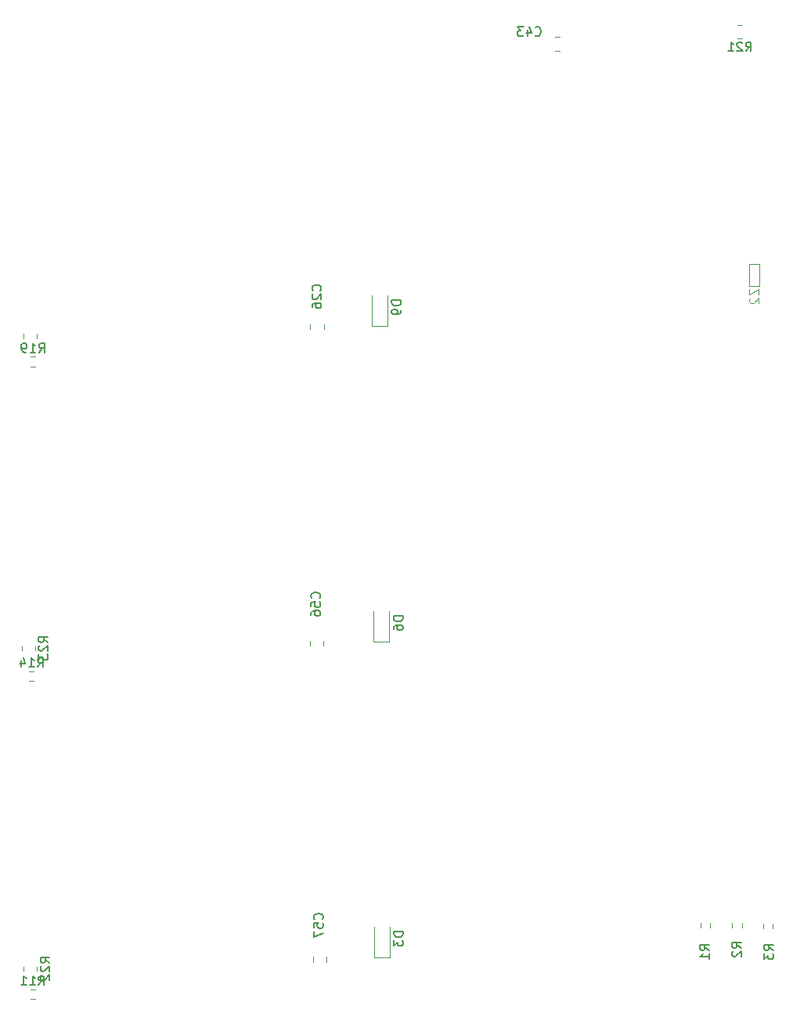
<source format=gbr>
%TF.GenerationSoftware,KiCad,Pcbnew,7.0.9*%
%TF.CreationDate,2024-01-15T08:13:50+05:30*%
%TF.ProjectId,controller_full6,636f6e74-726f-46c6-9c65-725f66756c6c,rev?*%
%TF.SameCoordinates,Original*%
%TF.FileFunction,Legend,Bot*%
%TF.FilePolarity,Positive*%
%FSLAX46Y46*%
G04 Gerber Fmt 4.6, Leading zero omitted, Abs format (unit mm)*
G04 Created by KiCad (PCBNEW 7.0.9) date 2024-01-15 08:13:50*
%MOMM*%
%LPD*%
G01*
G04 APERTURE LIST*
%ADD10C,0.150000*%
%ADD11C,0.100000*%
%ADD12C,0.120000*%
G04 APERTURE END LIST*
D10*
X177549580Y-94329642D02*
X177597200Y-94282023D01*
X177597200Y-94282023D02*
X177644819Y-94139166D01*
X177644819Y-94139166D02*
X177644819Y-94043928D01*
X177644819Y-94043928D02*
X177597200Y-93901071D01*
X177597200Y-93901071D02*
X177501961Y-93805833D01*
X177501961Y-93805833D02*
X177406723Y-93758214D01*
X177406723Y-93758214D02*
X177216247Y-93710595D01*
X177216247Y-93710595D02*
X177073390Y-93710595D01*
X177073390Y-93710595D02*
X176882914Y-93758214D01*
X176882914Y-93758214D02*
X176787676Y-93805833D01*
X176787676Y-93805833D02*
X176692438Y-93901071D01*
X176692438Y-93901071D02*
X176644819Y-94043928D01*
X176644819Y-94043928D02*
X176644819Y-94139166D01*
X176644819Y-94139166D02*
X176692438Y-94282023D01*
X176692438Y-94282023D02*
X176740057Y-94329642D01*
X176740057Y-94710595D02*
X176692438Y-94758214D01*
X176692438Y-94758214D02*
X176644819Y-94853452D01*
X176644819Y-94853452D02*
X176644819Y-95091547D01*
X176644819Y-95091547D02*
X176692438Y-95186785D01*
X176692438Y-95186785D02*
X176740057Y-95234404D01*
X176740057Y-95234404D02*
X176835295Y-95282023D01*
X176835295Y-95282023D02*
X176930533Y-95282023D01*
X176930533Y-95282023D02*
X177073390Y-95234404D01*
X177073390Y-95234404D02*
X177644819Y-94662976D01*
X177644819Y-94662976D02*
X177644819Y-95282023D01*
X176644819Y-96139166D02*
X176644819Y-95948690D01*
X176644819Y-95948690D02*
X176692438Y-95853452D01*
X176692438Y-95853452D02*
X176740057Y-95805833D01*
X176740057Y-95805833D02*
X176882914Y-95710595D01*
X176882914Y-95710595D02*
X177073390Y-95662976D01*
X177073390Y-95662976D02*
X177454342Y-95662976D01*
X177454342Y-95662976D02*
X177549580Y-95710595D01*
X177549580Y-95710595D02*
X177597200Y-95758214D01*
X177597200Y-95758214D02*
X177644819Y-95853452D01*
X177644819Y-95853452D02*
X177644819Y-96043928D01*
X177644819Y-96043928D02*
X177597200Y-96139166D01*
X177597200Y-96139166D02*
X177549580Y-96186785D01*
X177549580Y-96186785D02*
X177454342Y-96234404D01*
X177454342Y-96234404D02*
X177216247Y-96234404D01*
X177216247Y-96234404D02*
X177121009Y-96186785D01*
X177121009Y-96186785D02*
X177073390Y-96139166D01*
X177073390Y-96139166D02*
X177025771Y-96043928D01*
X177025771Y-96043928D02*
X177025771Y-95853452D01*
X177025771Y-95853452D02*
X177073390Y-95758214D01*
X177073390Y-95758214D02*
X177121009Y-95710595D01*
X177121009Y-95710595D02*
X177216247Y-95662976D01*
X226544819Y-165625833D02*
X226068628Y-165292500D01*
X226544819Y-165054405D02*
X225544819Y-165054405D01*
X225544819Y-165054405D02*
X225544819Y-165435357D01*
X225544819Y-165435357D02*
X225592438Y-165530595D01*
X225592438Y-165530595D02*
X225640057Y-165578214D01*
X225640057Y-165578214D02*
X225735295Y-165625833D01*
X225735295Y-165625833D02*
X225878152Y-165625833D01*
X225878152Y-165625833D02*
X225973390Y-165578214D01*
X225973390Y-165578214D02*
X226021009Y-165530595D01*
X226021009Y-165530595D02*
X226068628Y-165435357D01*
X226068628Y-165435357D02*
X226068628Y-165054405D01*
X225544819Y-165959167D02*
X225544819Y-166578214D01*
X225544819Y-166578214D02*
X225925771Y-166244881D01*
X225925771Y-166244881D02*
X225925771Y-166387738D01*
X225925771Y-166387738D02*
X225973390Y-166482976D01*
X225973390Y-166482976D02*
X226021009Y-166530595D01*
X226021009Y-166530595D02*
X226116247Y-166578214D01*
X226116247Y-166578214D02*
X226354342Y-166578214D01*
X226354342Y-166578214D02*
X226449580Y-166530595D01*
X226449580Y-166530595D02*
X226497200Y-166482976D01*
X226497200Y-166482976D02*
X226544819Y-166387738D01*
X226544819Y-166387738D02*
X226544819Y-166102024D01*
X226544819Y-166102024D02*
X226497200Y-166006786D01*
X226497200Y-166006786D02*
X226449580Y-165959167D01*
X186464819Y-129509629D02*
X185464819Y-129509629D01*
X185464819Y-129509629D02*
X185464819Y-129747724D01*
X185464819Y-129747724D02*
X185512438Y-129890581D01*
X185512438Y-129890581D02*
X185607676Y-129985819D01*
X185607676Y-129985819D02*
X185702914Y-130033438D01*
X185702914Y-130033438D02*
X185893390Y-130081057D01*
X185893390Y-130081057D02*
X186036247Y-130081057D01*
X186036247Y-130081057D02*
X186226723Y-130033438D01*
X186226723Y-130033438D02*
X186321961Y-129985819D01*
X186321961Y-129985819D02*
X186417200Y-129890581D01*
X186417200Y-129890581D02*
X186464819Y-129747724D01*
X186464819Y-129747724D02*
X186464819Y-129509629D01*
X185464819Y-130938200D02*
X185464819Y-130747724D01*
X185464819Y-130747724D02*
X185512438Y-130652486D01*
X185512438Y-130652486D02*
X185560057Y-130604867D01*
X185560057Y-130604867D02*
X185702914Y-130509629D01*
X185702914Y-130509629D02*
X185893390Y-130462010D01*
X185893390Y-130462010D02*
X186274342Y-130462010D01*
X186274342Y-130462010D02*
X186369580Y-130509629D01*
X186369580Y-130509629D02*
X186417200Y-130557248D01*
X186417200Y-130557248D02*
X186464819Y-130652486D01*
X186464819Y-130652486D02*
X186464819Y-130842962D01*
X186464819Y-130842962D02*
X186417200Y-130938200D01*
X186417200Y-130938200D02*
X186369580Y-130985819D01*
X186369580Y-130985819D02*
X186274342Y-131033438D01*
X186274342Y-131033438D02*
X186036247Y-131033438D01*
X186036247Y-131033438D02*
X185941009Y-130985819D01*
X185941009Y-130985819D02*
X185893390Y-130938200D01*
X185893390Y-130938200D02*
X185845771Y-130842962D01*
X185845771Y-130842962D02*
X185845771Y-130652486D01*
X185845771Y-130652486D02*
X185893390Y-130557248D01*
X185893390Y-130557248D02*
X185941009Y-130509629D01*
X185941009Y-130509629D02*
X186036247Y-130462010D01*
X147092857Y-169394819D02*
X147426190Y-168918628D01*
X147664285Y-169394819D02*
X147664285Y-168394819D01*
X147664285Y-168394819D02*
X147283333Y-168394819D01*
X147283333Y-168394819D02*
X147188095Y-168442438D01*
X147188095Y-168442438D02*
X147140476Y-168490057D01*
X147140476Y-168490057D02*
X147092857Y-168585295D01*
X147092857Y-168585295D02*
X147092857Y-168728152D01*
X147092857Y-168728152D02*
X147140476Y-168823390D01*
X147140476Y-168823390D02*
X147188095Y-168871009D01*
X147188095Y-168871009D02*
X147283333Y-168918628D01*
X147283333Y-168918628D02*
X147664285Y-168918628D01*
X146140476Y-169394819D02*
X146711904Y-169394819D01*
X146426190Y-169394819D02*
X146426190Y-168394819D01*
X146426190Y-168394819D02*
X146521428Y-168537676D01*
X146521428Y-168537676D02*
X146616666Y-168632914D01*
X146616666Y-168632914D02*
X146711904Y-168680533D01*
X145188095Y-169394819D02*
X145759523Y-169394819D01*
X145473809Y-169394819D02*
X145473809Y-168394819D01*
X145473809Y-168394819D02*
X145569047Y-168537676D01*
X145569047Y-168537676D02*
X145664285Y-168632914D01*
X145664285Y-168632914D02*
X145759523Y-168680533D01*
X148084819Y-132337142D02*
X147608628Y-132003809D01*
X148084819Y-131765714D02*
X147084819Y-131765714D01*
X147084819Y-131765714D02*
X147084819Y-132146666D01*
X147084819Y-132146666D02*
X147132438Y-132241904D01*
X147132438Y-132241904D02*
X147180057Y-132289523D01*
X147180057Y-132289523D02*
X147275295Y-132337142D01*
X147275295Y-132337142D02*
X147418152Y-132337142D01*
X147418152Y-132337142D02*
X147513390Y-132289523D01*
X147513390Y-132289523D02*
X147561009Y-132241904D01*
X147561009Y-132241904D02*
X147608628Y-132146666D01*
X147608628Y-132146666D02*
X147608628Y-131765714D01*
X147180057Y-132718095D02*
X147132438Y-132765714D01*
X147132438Y-132765714D02*
X147084819Y-132860952D01*
X147084819Y-132860952D02*
X147084819Y-133099047D01*
X147084819Y-133099047D02*
X147132438Y-133194285D01*
X147132438Y-133194285D02*
X147180057Y-133241904D01*
X147180057Y-133241904D02*
X147275295Y-133289523D01*
X147275295Y-133289523D02*
X147370533Y-133289523D01*
X147370533Y-133289523D02*
X147513390Y-133241904D01*
X147513390Y-133241904D02*
X148084819Y-132670476D01*
X148084819Y-132670476D02*
X148084819Y-133289523D01*
X147084819Y-133622857D02*
X147084819Y-134241904D01*
X147084819Y-134241904D02*
X147465771Y-133908571D01*
X147465771Y-133908571D02*
X147465771Y-134051428D01*
X147465771Y-134051428D02*
X147513390Y-134146666D01*
X147513390Y-134146666D02*
X147561009Y-134194285D01*
X147561009Y-134194285D02*
X147656247Y-134241904D01*
X147656247Y-134241904D02*
X147894342Y-134241904D01*
X147894342Y-134241904D02*
X147989580Y-134194285D01*
X147989580Y-134194285D02*
X148037200Y-134146666D01*
X148037200Y-134146666D02*
X148084819Y-134051428D01*
X148084819Y-134051428D02*
X148084819Y-133765714D01*
X148084819Y-133765714D02*
X148037200Y-133670476D01*
X148037200Y-133670476D02*
X147989580Y-133622857D01*
X200792857Y-66739580D02*
X200840476Y-66787200D01*
X200840476Y-66787200D02*
X200983333Y-66834819D01*
X200983333Y-66834819D02*
X201078571Y-66834819D01*
X201078571Y-66834819D02*
X201221428Y-66787200D01*
X201221428Y-66787200D02*
X201316666Y-66691961D01*
X201316666Y-66691961D02*
X201364285Y-66596723D01*
X201364285Y-66596723D02*
X201411904Y-66406247D01*
X201411904Y-66406247D02*
X201411904Y-66263390D01*
X201411904Y-66263390D02*
X201364285Y-66072914D01*
X201364285Y-66072914D02*
X201316666Y-65977676D01*
X201316666Y-65977676D02*
X201221428Y-65882438D01*
X201221428Y-65882438D02*
X201078571Y-65834819D01*
X201078571Y-65834819D02*
X200983333Y-65834819D01*
X200983333Y-65834819D02*
X200840476Y-65882438D01*
X200840476Y-65882438D02*
X200792857Y-65930057D01*
X199935714Y-66168152D02*
X199935714Y-66834819D01*
X200173809Y-65787200D02*
X200411904Y-66501485D01*
X200411904Y-66501485D02*
X199792857Y-66501485D01*
X199507142Y-65834819D02*
X198888095Y-65834819D01*
X198888095Y-65834819D02*
X199221428Y-66215771D01*
X199221428Y-66215771D02*
X199078571Y-66215771D01*
X199078571Y-66215771D02*
X198983333Y-66263390D01*
X198983333Y-66263390D02*
X198935714Y-66311009D01*
X198935714Y-66311009D02*
X198888095Y-66406247D01*
X198888095Y-66406247D02*
X198888095Y-66644342D01*
X198888095Y-66644342D02*
X198935714Y-66739580D01*
X198935714Y-66739580D02*
X198983333Y-66787200D01*
X198983333Y-66787200D02*
X199078571Y-66834819D01*
X199078571Y-66834819D02*
X199364285Y-66834819D01*
X199364285Y-66834819D02*
X199459523Y-66787200D01*
X199459523Y-66787200D02*
X199507142Y-66739580D01*
D11*
X223967419Y-94137254D02*
X223967419Y-94803920D01*
X223967419Y-94803920D02*
X224967419Y-94137254D01*
X224967419Y-94137254D02*
X224967419Y-94803920D01*
X224062657Y-95137254D02*
X224015038Y-95184873D01*
X224015038Y-95184873D02*
X223967419Y-95280111D01*
X223967419Y-95280111D02*
X223967419Y-95518206D01*
X223967419Y-95518206D02*
X224015038Y-95613444D01*
X224015038Y-95613444D02*
X224062657Y-95661063D01*
X224062657Y-95661063D02*
X224157895Y-95708682D01*
X224157895Y-95708682D02*
X224253133Y-95708682D01*
X224253133Y-95708682D02*
X224395990Y-95661063D01*
X224395990Y-95661063D02*
X224967419Y-95089635D01*
X224967419Y-95089635D02*
X224967419Y-95708682D01*
D10*
X219614819Y-165625833D02*
X219138628Y-165292500D01*
X219614819Y-165054405D02*
X218614819Y-165054405D01*
X218614819Y-165054405D02*
X218614819Y-165435357D01*
X218614819Y-165435357D02*
X218662438Y-165530595D01*
X218662438Y-165530595D02*
X218710057Y-165578214D01*
X218710057Y-165578214D02*
X218805295Y-165625833D01*
X218805295Y-165625833D02*
X218948152Y-165625833D01*
X218948152Y-165625833D02*
X219043390Y-165578214D01*
X219043390Y-165578214D02*
X219091009Y-165530595D01*
X219091009Y-165530595D02*
X219138628Y-165435357D01*
X219138628Y-165435357D02*
X219138628Y-165054405D01*
X219614819Y-166578214D02*
X219614819Y-166006786D01*
X219614819Y-166292500D02*
X218614819Y-166292500D01*
X218614819Y-166292500D02*
X218757676Y-166197262D01*
X218757676Y-166197262D02*
X218852914Y-166102024D01*
X218852914Y-166102024D02*
X218900533Y-166006786D01*
X177449580Y-127567142D02*
X177497200Y-127519523D01*
X177497200Y-127519523D02*
X177544819Y-127376666D01*
X177544819Y-127376666D02*
X177544819Y-127281428D01*
X177544819Y-127281428D02*
X177497200Y-127138571D01*
X177497200Y-127138571D02*
X177401961Y-127043333D01*
X177401961Y-127043333D02*
X177306723Y-126995714D01*
X177306723Y-126995714D02*
X177116247Y-126948095D01*
X177116247Y-126948095D02*
X176973390Y-126948095D01*
X176973390Y-126948095D02*
X176782914Y-126995714D01*
X176782914Y-126995714D02*
X176687676Y-127043333D01*
X176687676Y-127043333D02*
X176592438Y-127138571D01*
X176592438Y-127138571D02*
X176544819Y-127281428D01*
X176544819Y-127281428D02*
X176544819Y-127376666D01*
X176544819Y-127376666D02*
X176592438Y-127519523D01*
X176592438Y-127519523D02*
X176640057Y-127567142D01*
X176544819Y-128471904D02*
X176544819Y-127995714D01*
X176544819Y-127995714D02*
X177021009Y-127948095D01*
X177021009Y-127948095D02*
X176973390Y-127995714D01*
X176973390Y-127995714D02*
X176925771Y-128090952D01*
X176925771Y-128090952D02*
X176925771Y-128329047D01*
X176925771Y-128329047D02*
X176973390Y-128424285D01*
X176973390Y-128424285D02*
X177021009Y-128471904D01*
X177021009Y-128471904D02*
X177116247Y-128519523D01*
X177116247Y-128519523D02*
X177354342Y-128519523D01*
X177354342Y-128519523D02*
X177449580Y-128471904D01*
X177449580Y-128471904D02*
X177497200Y-128424285D01*
X177497200Y-128424285D02*
X177544819Y-128329047D01*
X177544819Y-128329047D02*
X177544819Y-128090952D01*
X177544819Y-128090952D02*
X177497200Y-127995714D01*
X177497200Y-127995714D02*
X177449580Y-127948095D01*
X176544819Y-129376666D02*
X176544819Y-129186190D01*
X176544819Y-129186190D02*
X176592438Y-129090952D01*
X176592438Y-129090952D02*
X176640057Y-129043333D01*
X176640057Y-129043333D02*
X176782914Y-128948095D01*
X176782914Y-128948095D02*
X176973390Y-128900476D01*
X176973390Y-128900476D02*
X177354342Y-128900476D01*
X177354342Y-128900476D02*
X177449580Y-128948095D01*
X177449580Y-128948095D02*
X177497200Y-128995714D01*
X177497200Y-128995714D02*
X177544819Y-129090952D01*
X177544819Y-129090952D02*
X177544819Y-129281428D01*
X177544819Y-129281428D02*
X177497200Y-129376666D01*
X177497200Y-129376666D02*
X177449580Y-129424285D01*
X177449580Y-129424285D02*
X177354342Y-129471904D01*
X177354342Y-129471904D02*
X177116247Y-129471904D01*
X177116247Y-129471904D02*
X177021009Y-129424285D01*
X177021009Y-129424285D02*
X176973390Y-129376666D01*
X176973390Y-129376666D02*
X176925771Y-129281428D01*
X176925771Y-129281428D02*
X176925771Y-129090952D01*
X176925771Y-129090952D02*
X176973390Y-128995714D01*
X176973390Y-128995714D02*
X177021009Y-128948095D01*
X177021009Y-128948095D02*
X177116247Y-128900476D01*
X223562857Y-68464819D02*
X223896190Y-67988628D01*
X224134285Y-68464819D02*
X224134285Y-67464819D01*
X224134285Y-67464819D02*
X223753333Y-67464819D01*
X223753333Y-67464819D02*
X223658095Y-67512438D01*
X223658095Y-67512438D02*
X223610476Y-67560057D01*
X223610476Y-67560057D02*
X223562857Y-67655295D01*
X223562857Y-67655295D02*
X223562857Y-67798152D01*
X223562857Y-67798152D02*
X223610476Y-67893390D01*
X223610476Y-67893390D02*
X223658095Y-67941009D01*
X223658095Y-67941009D02*
X223753333Y-67988628D01*
X223753333Y-67988628D02*
X224134285Y-67988628D01*
X223181904Y-67560057D02*
X223134285Y-67512438D01*
X223134285Y-67512438D02*
X223039047Y-67464819D01*
X223039047Y-67464819D02*
X222800952Y-67464819D01*
X222800952Y-67464819D02*
X222705714Y-67512438D01*
X222705714Y-67512438D02*
X222658095Y-67560057D01*
X222658095Y-67560057D02*
X222610476Y-67655295D01*
X222610476Y-67655295D02*
X222610476Y-67750533D01*
X222610476Y-67750533D02*
X222658095Y-67893390D01*
X222658095Y-67893390D02*
X223229523Y-68464819D01*
X223229523Y-68464819D02*
X222610476Y-68464819D01*
X221658095Y-68464819D02*
X222229523Y-68464819D01*
X221943809Y-68464819D02*
X221943809Y-67464819D01*
X221943809Y-67464819D02*
X222039047Y-67607676D01*
X222039047Y-67607676D02*
X222134285Y-67702914D01*
X222134285Y-67702914D02*
X222229523Y-67750533D01*
X148264819Y-166967142D02*
X147788628Y-166633809D01*
X148264819Y-166395714D02*
X147264819Y-166395714D01*
X147264819Y-166395714D02*
X147264819Y-166776666D01*
X147264819Y-166776666D02*
X147312438Y-166871904D01*
X147312438Y-166871904D02*
X147360057Y-166919523D01*
X147360057Y-166919523D02*
X147455295Y-166967142D01*
X147455295Y-166967142D02*
X147598152Y-166967142D01*
X147598152Y-166967142D02*
X147693390Y-166919523D01*
X147693390Y-166919523D02*
X147741009Y-166871904D01*
X147741009Y-166871904D02*
X147788628Y-166776666D01*
X147788628Y-166776666D02*
X147788628Y-166395714D01*
X147360057Y-167348095D02*
X147312438Y-167395714D01*
X147312438Y-167395714D02*
X147264819Y-167490952D01*
X147264819Y-167490952D02*
X147264819Y-167729047D01*
X147264819Y-167729047D02*
X147312438Y-167824285D01*
X147312438Y-167824285D02*
X147360057Y-167871904D01*
X147360057Y-167871904D02*
X147455295Y-167919523D01*
X147455295Y-167919523D02*
X147550533Y-167919523D01*
X147550533Y-167919523D02*
X147693390Y-167871904D01*
X147693390Y-167871904D02*
X148264819Y-167300476D01*
X148264819Y-167300476D02*
X148264819Y-167919523D01*
X147360057Y-168300476D02*
X147312438Y-168348095D01*
X147312438Y-168348095D02*
X147264819Y-168443333D01*
X147264819Y-168443333D02*
X147264819Y-168681428D01*
X147264819Y-168681428D02*
X147312438Y-168776666D01*
X147312438Y-168776666D02*
X147360057Y-168824285D01*
X147360057Y-168824285D02*
X147455295Y-168871904D01*
X147455295Y-168871904D02*
X147550533Y-168871904D01*
X147550533Y-168871904D02*
X147693390Y-168824285D01*
X147693390Y-168824285D02*
X148264819Y-168252857D01*
X148264819Y-168252857D02*
X148264819Y-168871904D01*
X147122857Y-101014819D02*
X147456190Y-100538628D01*
X147694285Y-101014819D02*
X147694285Y-100014819D01*
X147694285Y-100014819D02*
X147313333Y-100014819D01*
X147313333Y-100014819D02*
X147218095Y-100062438D01*
X147218095Y-100062438D02*
X147170476Y-100110057D01*
X147170476Y-100110057D02*
X147122857Y-100205295D01*
X147122857Y-100205295D02*
X147122857Y-100348152D01*
X147122857Y-100348152D02*
X147170476Y-100443390D01*
X147170476Y-100443390D02*
X147218095Y-100491009D01*
X147218095Y-100491009D02*
X147313333Y-100538628D01*
X147313333Y-100538628D02*
X147694285Y-100538628D01*
X146170476Y-101014819D02*
X146741904Y-101014819D01*
X146456190Y-101014819D02*
X146456190Y-100014819D01*
X146456190Y-100014819D02*
X146551428Y-100157676D01*
X146551428Y-100157676D02*
X146646666Y-100252914D01*
X146646666Y-100252914D02*
X146741904Y-100300533D01*
X145694285Y-101014819D02*
X145503809Y-101014819D01*
X145503809Y-101014819D02*
X145408571Y-100967200D01*
X145408571Y-100967200D02*
X145360952Y-100919580D01*
X145360952Y-100919580D02*
X145265714Y-100776723D01*
X145265714Y-100776723D02*
X145218095Y-100586247D01*
X145218095Y-100586247D02*
X145218095Y-100205295D01*
X145218095Y-100205295D02*
X145265714Y-100110057D01*
X145265714Y-100110057D02*
X145313333Y-100062438D01*
X145313333Y-100062438D02*
X145408571Y-100014819D01*
X145408571Y-100014819D02*
X145599047Y-100014819D01*
X145599047Y-100014819D02*
X145694285Y-100062438D01*
X145694285Y-100062438D02*
X145741904Y-100110057D01*
X145741904Y-100110057D02*
X145789523Y-100205295D01*
X145789523Y-100205295D02*
X145789523Y-100443390D01*
X145789523Y-100443390D02*
X145741904Y-100538628D01*
X145741904Y-100538628D02*
X145694285Y-100586247D01*
X145694285Y-100586247D02*
X145599047Y-100633866D01*
X145599047Y-100633866D02*
X145408571Y-100633866D01*
X145408571Y-100633866D02*
X145313333Y-100586247D01*
X145313333Y-100586247D02*
X145265714Y-100538628D01*
X145265714Y-100538628D02*
X145218095Y-100443390D01*
X177752136Y-162274586D02*
X177799756Y-162226967D01*
X177799756Y-162226967D02*
X177847375Y-162084110D01*
X177847375Y-162084110D02*
X177847375Y-161988872D01*
X177847375Y-161988872D02*
X177799756Y-161846015D01*
X177799756Y-161846015D02*
X177704517Y-161750777D01*
X177704517Y-161750777D02*
X177609279Y-161703158D01*
X177609279Y-161703158D02*
X177418803Y-161655539D01*
X177418803Y-161655539D02*
X177275946Y-161655539D01*
X177275946Y-161655539D02*
X177085470Y-161703158D01*
X177085470Y-161703158D02*
X176990232Y-161750777D01*
X176990232Y-161750777D02*
X176894994Y-161846015D01*
X176894994Y-161846015D02*
X176847375Y-161988872D01*
X176847375Y-161988872D02*
X176847375Y-162084110D01*
X176847375Y-162084110D02*
X176894994Y-162226967D01*
X176894994Y-162226967D02*
X176942613Y-162274586D01*
X176847375Y-163179348D02*
X176847375Y-162703158D01*
X176847375Y-162703158D02*
X177323565Y-162655539D01*
X177323565Y-162655539D02*
X177275946Y-162703158D01*
X177275946Y-162703158D02*
X177228327Y-162798396D01*
X177228327Y-162798396D02*
X177228327Y-163036491D01*
X177228327Y-163036491D02*
X177275946Y-163131729D01*
X177275946Y-163131729D02*
X177323565Y-163179348D01*
X177323565Y-163179348D02*
X177418803Y-163226967D01*
X177418803Y-163226967D02*
X177656898Y-163226967D01*
X177656898Y-163226967D02*
X177752136Y-163179348D01*
X177752136Y-163179348D02*
X177799756Y-163131729D01*
X177799756Y-163131729D02*
X177847375Y-163036491D01*
X177847375Y-163036491D02*
X177847375Y-162798396D01*
X177847375Y-162798396D02*
X177799756Y-162703158D01*
X177799756Y-162703158D02*
X177752136Y-162655539D01*
X176847375Y-163560301D02*
X176847375Y-164226967D01*
X176847375Y-164226967D02*
X177847375Y-163798396D01*
X186274819Y-95395655D02*
X185274819Y-95395655D01*
X185274819Y-95395655D02*
X185274819Y-95633750D01*
X185274819Y-95633750D02*
X185322438Y-95776607D01*
X185322438Y-95776607D02*
X185417676Y-95871845D01*
X185417676Y-95871845D02*
X185512914Y-95919464D01*
X185512914Y-95919464D02*
X185703390Y-95967083D01*
X185703390Y-95967083D02*
X185846247Y-95967083D01*
X185846247Y-95967083D02*
X186036723Y-95919464D01*
X186036723Y-95919464D02*
X186131961Y-95871845D01*
X186131961Y-95871845D02*
X186227200Y-95776607D01*
X186227200Y-95776607D02*
X186274819Y-95633750D01*
X186274819Y-95633750D02*
X186274819Y-95395655D01*
X186274819Y-96443274D02*
X186274819Y-96633750D01*
X186274819Y-96633750D02*
X186227200Y-96728988D01*
X186227200Y-96728988D02*
X186179580Y-96776607D01*
X186179580Y-96776607D02*
X186036723Y-96871845D01*
X186036723Y-96871845D02*
X185846247Y-96919464D01*
X185846247Y-96919464D02*
X185465295Y-96919464D01*
X185465295Y-96919464D02*
X185370057Y-96871845D01*
X185370057Y-96871845D02*
X185322438Y-96824226D01*
X185322438Y-96824226D02*
X185274819Y-96728988D01*
X185274819Y-96728988D02*
X185274819Y-96538512D01*
X185274819Y-96538512D02*
X185322438Y-96443274D01*
X185322438Y-96443274D02*
X185370057Y-96395655D01*
X185370057Y-96395655D02*
X185465295Y-96348036D01*
X185465295Y-96348036D02*
X185703390Y-96348036D01*
X185703390Y-96348036D02*
X185798628Y-96395655D01*
X185798628Y-96395655D02*
X185846247Y-96443274D01*
X185846247Y-96443274D02*
X185893866Y-96538512D01*
X185893866Y-96538512D02*
X185893866Y-96728988D01*
X185893866Y-96728988D02*
X185846247Y-96824226D01*
X185846247Y-96824226D02*
X185798628Y-96871845D01*
X185798628Y-96871845D02*
X185703390Y-96919464D01*
X186497375Y-163629349D02*
X185497375Y-163629349D01*
X185497375Y-163629349D02*
X185497375Y-163867444D01*
X185497375Y-163867444D02*
X185544994Y-164010301D01*
X185544994Y-164010301D02*
X185640232Y-164105539D01*
X185640232Y-164105539D02*
X185735470Y-164153158D01*
X185735470Y-164153158D02*
X185925946Y-164200777D01*
X185925946Y-164200777D02*
X186068803Y-164200777D01*
X186068803Y-164200777D02*
X186259279Y-164153158D01*
X186259279Y-164153158D02*
X186354517Y-164105539D01*
X186354517Y-164105539D02*
X186449756Y-164010301D01*
X186449756Y-164010301D02*
X186497375Y-163867444D01*
X186497375Y-163867444D02*
X186497375Y-163629349D01*
X185497375Y-164534111D02*
X185497375Y-165153158D01*
X185497375Y-165153158D02*
X185878327Y-164819825D01*
X185878327Y-164819825D02*
X185878327Y-164962682D01*
X185878327Y-164962682D02*
X185925946Y-165057920D01*
X185925946Y-165057920D02*
X185973565Y-165105539D01*
X185973565Y-165105539D02*
X186068803Y-165153158D01*
X186068803Y-165153158D02*
X186306898Y-165153158D01*
X186306898Y-165153158D02*
X186402136Y-165105539D01*
X186402136Y-165105539D02*
X186449756Y-165057920D01*
X186449756Y-165057920D02*
X186497375Y-164962682D01*
X186497375Y-164962682D02*
X186497375Y-164676968D01*
X186497375Y-164676968D02*
X186449756Y-164581730D01*
X186449756Y-164581730D02*
X186402136Y-164534111D01*
X223084819Y-165355833D02*
X222608628Y-165022500D01*
X223084819Y-164784405D02*
X222084819Y-164784405D01*
X222084819Y-164784405D02*
X222084819Y-165165357D01*
X222084819Y-165165357D02*
X222132438Y-165260595D01*
X222132438Y-165260595D02*
X222180057Y-165308214D01*
X222180057Y-165308214D02*
X222275295Y-165355833D01*
X222275295Y-165355833D02*
X222418152Y-165355833D01*
X222418152Y-165355833D02*
X222513390Y-165308214D01*
X222513390Y-165308214D02*
X222561009Y-165260595D01*
X222561009Y-165260595D02*
X222608628Y-165165357D01*
X222608628Y-165165357D02*
X222608628Y-164784405D01*
X222180057Y-165736786D02*
X222132438Y-165784405D01*
X222132438Y-165784405D02*
X222084819Y-165879643D01*
X222084819Y-165879643D02*
X222084819Y-166117738D01*
X222084819Y-166117738D02*
X222132438Y-166212976D01*
X222132438Y-166212976D02*
X222180057Y-166260595D01*
X222180057Y-166260595D02*
X222275295Y-166308214D01*
X222275295Y-166308214D02*
X222370533Y-166308214D01*
X222370533Y-166308214D02*
X222513390Y-166260595D01*
X222513390Y-166260595D02*
X223084819Y-165689167D01*
X223084819Y-165689167D02*
X223084819Y-166308214D01*
X146972857Y-134994819D02*
X147306190Y-134518628D01*
X147544285Y-134994819D02*
X147544285Y-133994819D01*
X147544285Y-133994819D02*
X147163333Y-133994819D01*
X147163333Y-133994819D02*
X147068095Y-134042438D01*
X147068095Y-134042438D02*
X147020476Y-134090057D01*
X147020476Y-134090057D02*
X146972857Y-134185295D01*
X146972857Y-134185295D02*
X146972857Y-134328152D01*
X146972857Y-134328152D02*
X147020476Y-134423390D01*
X147020476Y-134423390D02*
X147068095Y-134471009D01*
X147068095Y-134471009D02*
X147163333Y-134518628D01*
X147163333Y-134518628D02*
X147544285Y-134518628D01*
X146020476Y-134994819D02*
X146591904Y-134994819D01*
X146306190Y-134994819D02*
X146306190Y-133994819D01*
X146306190Y-133994819D02*
X146401428Y-134137676D01*
X146401428Y-134137676D02*
X146496666Y-134232914D01*
X146496666Y-134232914D02*
X146591904Y-134280533D01*
X145163333Y-134328152D02*
X145163333Y-134994819D01*
X145401428Y-133947200D02*
X145639523Y-134661485D01*
X145639523Y-134661485D02*
X145020476Y-134661485D01*
D12*
%TO.C,C26*%
X176465000Y-98521252D02*
X176465000Y-97998748D01*
X177935000Y-98521252D02*
X177935000Y-97998748D01*
%TO.C,R3*%
X226482500Y-162725276D02*
X226482500Y-163234724D01*
X225437500Y-162725276D02*
X225437500Y-163234724D01*
%TO.C,D6*%
X183310000Y-132257724D02*
X183310000Y-128997724D01*
X185010000Y-132257724D02*
X183310000Y-132257724D01*
X185010000Y-132257724D02*
X185010000Y-128997724D01*
%TO.C,R11*%
X146704724Y-170892500D02*
X146195276Y-170892500D01*
X146704724Y-169847500D02*
X146195276Y-169847500D01*
%TO.C,R23*%
X146715000Y-133207064D02*
X146715000Y-132752936D01*
X145245000Y-133207064D02*
X145245000Y-132752936D01*
%TO.C,C43*%
X203481252Y-68415000D02*
X202958748Y-68415000D01*
X203481252Y-66945000D02*
X202958748Y-66945000D01*
D11*
%TO.C,Z2*%
X225060000Y-91500750D02*
X223900000Y-91500750D01*
X225060000Y-93800750D02*
X225060000Y-91500750D01*
X223900000Y-93800750D02*
X223900000Y-91500750D01*
X223900000Y-93800750D02*
X225060000Y-93800750D01*
D12*
%TO.C,R1*%
X219692500Y-162685276D02*
X219692500Y-163194724D01*
X218647500Y-162685276D02*
X218647500Y-163194724D01*
%TO.C,C56*%
X177865000Y-132711252D02*
X177865000Y-132188748D01*
X176395000Y-132711252D02*
X176395000Y-132188748D01*
%TO.C,R21*%
X222692936Y-65625000D02*
X223147064Y-65625000D01*
X222692936Y-67095000D02*
X223147064Y-67095000D01*
%TO.C,R22*%
X145425000Y-167837064D02*
X145425000Y-167382936D01*
X146895000Y-167837064D02*
X146895000Y-167382936D01*
%TO.C,R19*%
X146734724Y-102512500D02*
X146225276Y-102512500D01*
X146734724Y-101467500D02*
X146225276Y-101467500D01*
%TO.C,C57*%
X178217556Y-166336192D02*
X178217556Y-166858696D01*
X176747556Y-166336192D02*
X176747556Y-166858696D01*
%TO.C,D9*%
X183120000Y-98143750D02*
X183120000Y-94883750D01*
X184820000Y-98143750D02*
X183120000Y-98143750D01*
X184820000Y-98143750D02*
X184820000Y-94883750D01*
%TO.C,D3*%
X183342556Y-166377444D02*
X183342556Y-163117444D01*
X185042556Y-166377444D02*
X183342556Y-166377444D01*
X185042556Y-166377444D02*
X185042556Y-163117444D01*
%TO.C,R24*%
X145425000Y-99477064D02*
X145425000Y-99022936D01*
X146895000Y-99477064D02*
X146895000Y-99022936D01*
%TO.C,R2*%
X223132500Y-162667776D02*
X223132500Y-163177224D01*
X222087500Y-162667776D02*
X222087500Y-163177224D01*
%TO.C,R14*%
X146584724Y-136492500D02*
X146075276Y-136492500D01*
X146584724Y-135447500D02*
X146075276Y-135447500D01*
%TD*%
M02*

</source>
